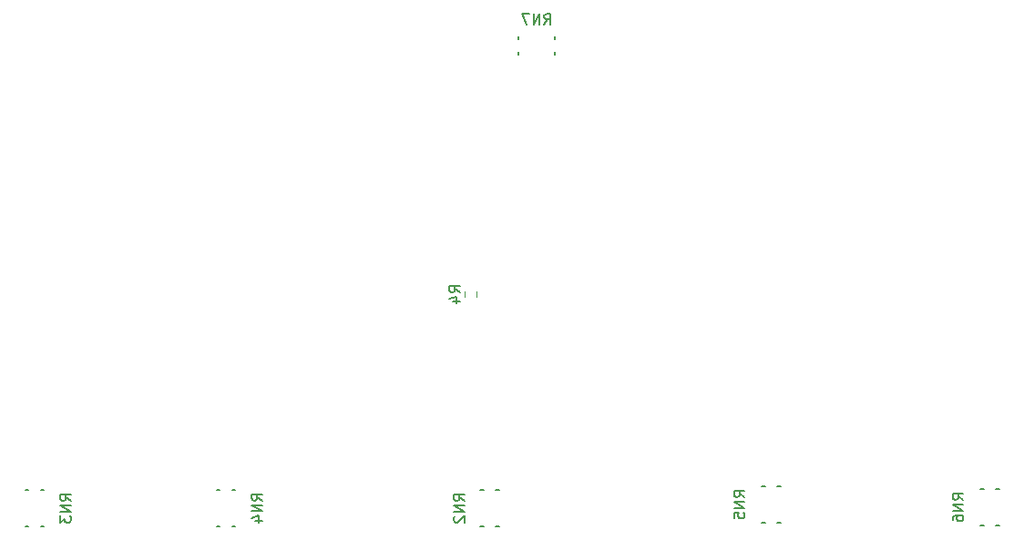
<source format=gbr>
%TF.GenerationSoftware,KiCad,Pcbnew,7.0.9*%
%TF.CreationDate,2023-11-28T19:04:43+01:00*%
%TF.ProjectId,z80,7a38302e-6b69-4636-9164-5f7063625858,1.0*%
%TF.SameCoordinates,Original*%
%TF.FileFunction,Legend,Bot*%
%TF.FilePolarity,Positive*%
%FSLAX46Y46*%
G04 Gerber Fmt 4.6, Leading zero omitted, Abs format (unit mm)*
G04 Created by KiCad (PCBNEW 7.0.9) date 2023-11-28 19:04:43*
%MOMM*%
%LPD*%
G01*
G04 APERTURE LIST*
%ADD10C,0.150000*%
%ADD11C,0.152400*%
%ADD12C,0.120000*%
G04 APERTURE END LIST*
D10*
X180407118Y-117546523D02*
X179930927Y-117213190D01*
X180407118Y-116975095D02*
X179407118Y-116975095D01*
X179407118Y-116975095D02*
X179407118Y-117356047D01*
X179407118Y-117356047D02*
X179454737Y-117451285D01*
X179454737Y-117451285D02*
X179502356Y-117498904D01*
X179502356Y-117498904D02*
X179597594Y-117546523D01*
X179597594Y-117546523D02*
X179740451Y-117546523D01*
X179740451Y-117546523D02*
X179835689Y-117498904D01*
X179835689Y-117498904D02*
X179883308Y-117451285D01*
X179883308Y-117451285D02*
X179930927Y-117356047D01*
X179930927Y-117356047D02*
X179930927Y-116975095D01*
X180407118Y-117975095D02*
X179407118Y-117975095D01*
X179407118Y-117975095D02*
X180407118Y-118546523D01*
X180407118Y-118546523D02*
X179407118Y-118546523D01*
X179407118Y-119451285D02*
X179407118Y-119260809D01*
X179407118Y-119260809D02*
X179454737Y-119165571D01*
X179454737Y-119165571D02*
X179502356Y-119117952D01*
X179502356Y-119117952D02*
X179645213Y-119022714D01*
X179645213Y-119022714D02*
X179835689Y-118975095D01*
X179835689Y-118975095D02*
X180216641Y-118975095D01*
X180216641Y-118975095D02*
X180311879Y-119022714D01*
X180311879Y-119022714D02*
X180359499Y-119070333D01*
X180359499Y-119070333D02*
X180407118Y-119165571D01*
X180407118Y-119165571D02*
X180407118Y-119356047D01*
X180407118Y-119356047D02*
X180359499Y-119451285D01*
X180359499Y-119451285D02*
X180311879Y-119498904D01*
X180311879Y-119498904D02*
X180216641Y-119546523D01*
X180216641Y-119546523D02*
X179978546Y-119546523D01*
X179978546Y-119546523D02*
X179883308Y-119498904D01*
X179883308Y-119498904D02*
X179835689Y-119451285D01*
X179835689Y-119451285D02*
X179788070Y-119356047D01*
X179788070Y-119356047D02*
X179788070Y-119165571D01*
X179788070Y-119165571D02*
X179835689Y-119070333D01*
X179835689Y-119070333D02*
X179883308Y-119022714D01*
X179883308Y-119022714D02*
X179978546Y-118975095D01*
X134065520Y-117648023D02*
X133589329Y-117314690D01*
X134065520Y-117076595D02*
X133065520Y-117076595D01*
X133065520Y-117076595D02*
X133065520Y-117457547D01*
X133065520Y-117457547D02*
X133113139Y-117552785D01*
X133113139Y-117552785D02*
X133160758Y-117600404D01*
X133160758Y-117600404D02*
X133255996Y-117648023D01*
X133255996Y-117648023D02*
X133398853Y-117648023D01*
X133398853Y-117648023D02*
X133494091Y-117600404D01*
X133494091Y-117600404D02*
X133541710Y-117552785D01*
X133541710Y-117552785D02*
X133589329Y-117457547D01*
X133589329Y-117457547D02*
X133589329Y-117076595D01*
X134065520Y-118076595D02*
X133065520Y-118076595D01*
X133065520Y-118076595D02*
X134065520Y-118648023D01*
X134065520Y-118648023D02*
X133065520Y-118648023D01*
X133160758Y-119076595D02*
X133113139Y-119124214D01*
X133113139Y-119124214D02*
X133065520Y-119219452D01*
X133065520Y-119219452D02*
X133065520Y-119457547D01*
X133065520Y-119457547D02*
X133113139Y-119552785D01*
X133113139Y-119552785D02*
X133160758Y-119600404D01*
X133160758Y-119600404D02*
X133255996Y-119648023D01*
X133255996Y-119648023D02*
X133351234Y-119648023D01*
X133351234Y-119648023D02*
X133494091Y-119600404D01*
X133494091Y-119600404D02*
X134065520Y-119028976D01*
X134065520Y-119028976D02*
X134065520Y-119648023D01*
X115276221Y-117610023D02*
X114800030Y-117276690D01*
X115276221Y-117038595D02*
X114276221Y-117038595D01*
X114276221Y-117038595D02*
X114276221Y-117419547D01*
X114276221Y-117419547D02*
X114323840Y-117514785D01*
X114323840Y-117514785D02*
X114371459Y-117562404D01*
X114371459Y-117562404D02*
X114466697Y-117610023D01*
X114466697Y-117610023D02*
X114609554Y-117610023D01*
X114609554Y-117610023D02*
X114704792Y-117562404D01*
X114704792Y-117562404D02*
X114752411Y-117514785D01*
X114752411Y-117514785D02*
X114800030Y-117419547D01*
X114800030Y-117419547D02*
X114800030Y-117038595D01*
X115276221Y-118038595D02*
X114276221Y-118038595D01*
X114276221Y-118038595D02*
X115276221Y-118610023D01*
X115276221Y-118610023D02*
X114276221Y-118610023D01*
X114609554Y-119514785D02*
X115276221Y-119514785D01*
X114228602Y-119276690D02*
X114942887Y-119038595D01*
X114942887Y-119038595D02*
X114942887Y-119657642D01*
X141469976Y-73352819D02*
X141803309Y-72876628D01*
X142041404Y-73352819D02*
X142041404Y-72352819D01*
X142041404Y-72352819D02*
X141660452Y-72352819D01*
X141660452Y-72352819D02*
X141565214Y-72400438D01*
X141565214Y-72400438D02*
X141517595Y-72448057D01*
X141517595Y-72448057D02*
X141469976Y-72543295D01*
X141469976Y-72543295D02*
X141469976Y-72686152D01*
X141469976Y-72686152D02*
X141517595Y-72781390D01*
X141517595Y-72781390D02*
X141565214Y-72829009D01*
X141565214Y-72829009D02*
X141660452Y-72876628D01*
X141660452Y-72876628D02*
X142041404Y-72876628D01*
X141041404Y-73352819D02*
X141041404Y-72352819D01*
X141041404Y-72352819D02*
X140469976Y-73352819D01*
X140469976Y-73352819D02*
X140469976Y-72352819D01*
X140089023Y-72352819D02*
X139422357Y-72352819D01*
X139422357Y-72352819D02*
X139850928Y-73352819D01*
X133644819Y-98258333D02*
X133168628Y-97925000D01*
X133644819Y-97686905D02*
X132644819Y-97686905D01*
X132644819Y-97686905D02*
X132644819Y-98067857D01*
X132644819Y-98067857D02*
X132692438Y-98163095D01*
X132692438Y-98163095D02*
X132740057Y-98210714D01*
X132740057Y-98210714D02*
X132835295Y-98258333D01*
X132835295Y-98258333D02*
X132978152Y-98258333D01*
X132978152Y-98258333D02*
X133073390Y-98210714D01*
X133073390Y-98210714D02*
X133121009Y-98163095D01*
X133121009Y-98163095D02*
X133168628Y-98067857D01*
X133168628Y-98067857D02*
X133168628Y-97686905D01*
X132978152Y-99115476D02*
X133644819Y-99115476D01*
X132597200Y-98877381D02*
X133311485Y-98639286D01*
X133311485Y-98639286D02*
X133311485Y-99258333D01*
X160087118Y-117292523D02*
X159610927Y-116959190D01*
X160087118Y-116721095D02*
X159087118Y-116721095D01*
X159087118Y-116721095D02*
X159087118Y-117102047D01*
X159087118Y-117102047D02*
X159134737Y-117197285D01*
X159134737Y-117197285D02*
X159182356Y-117244904D01*
X159182356Y-117244904D02*
X159277594Y-117292523D01*
X159277594Y-117292523D02*
X159420451Y-117292523D01*
X159420451Y-117292523D02*
X159515689Y-117244904D01*
X159515689Y-117244904D02*
X159563308Y-117197285D01*
X159563308Y-117197285D02*
X159610927Y-117102047D01*
X159610927Y-117102047D02*
X159610927Y-116721095D01*
X160087118Y-117721095D02*
X159087118Y-117721095D01*
X159087118Y-117721095D02*
X160087118Y-118292523D01*
X160087118Y-118292523D02*
X159087118Y-118292523D01*
X159087118Y-119244904D02*
X159087118Y-118768714D01*
X159087118Y-118768714D02*
X159563308Y-118721095D01*
X159563308Y-118721095D02*
X159515689Y-118768714D01*
X159515689Y-118768714D02*
X159468070Y-118863952D01*
X159468070Y-118863952D02*
X159468070Y-119102047D01*
X159468070Y-119102047D02*
X159515689Y-119197285D01*
X159515689Y-119197285D02*
X159563308Y-119244904D01*
X159563308Y-119244904D02*
X159658546Y-119292523D01*
X159658546Y-119292523D02*
X159896641Y-119292523D01*
X159896641Y-119292523D02*
X159991879Y-119244904D01*
X159991879Y-119244904D02*
X160039499Y-119197285D01*
X160039499Y-119197285D02*
X160087118Y-119102047D01*
X160087118Y-119102047D02*
X160087118Y-118863952D01*
X160087118Y-118863952D02*
X160039499Y-118768714D01*
X160039499Y-118768714D02*
X159991879Y-118721095D01*
X97489520Y-117648023D02*
X97013329Y-117314690D01*
X97489520Y-117076595D02*
X96489520Y-117076595D01*
X96489520Y-117076595D02*
X96489520Y-117457547D01*
X96489520Y-117457547D02*
X96537139Y-117552785D01*
X96537139Y-117552785D02*
X96584758Y-117600404D01*
X96584758Y-117600404D02*
X96679996Y-117648023D01*
X96679996Y-117648023D02*
X96822853Y-117648023D01*
X96822853Y-117648023D02*
X96918091Y-117600404D01*
X96918091Y-117600404D02*
X96965710Y-117552785D01*
X96965710Y-117552785D02*
X97013329Y-117457547D01*
X97013329Y-117457547D02*
X97013329Y-117076595D01*
X97489520Y-118076595D02*
X96489520Y-118076595D01*
X96489520Y-118076595D02*
X97489520Y-118648023D01*
X97489520Y-118648023D02*
X96489520Y-118648023D01*
X96489520Y-119028976D02*
X96489520Y-119648023D01*
X96489520Y-119648023D02*
X96870472Y-119314690D01*
X96870472Y-119314690D02*
X96870472Y-119457547D01*
X96870472Y-119457547D02*
X96918091Y-119552785D01*
X96918091Y-119552785D02*
X96965710Y-119600404D01*
X96965710Y-119600404D02*
X97060948Y-119648023D01*
X97060948Y-119648023D02*
X97299043Y-119648023D01*
X97299043Y-119648023D02*
X97394281Y-119600404D01*
X97394281Y-119600404D02*
X97441901Y-119552785D01*
X97441901Y-119552785D02*
X97489520Y-119457547D01*
X97489520Y-119457547D02*
X97489520Y-119171833D01*
X97489520Y-119171833D02*
X97441901Y-119076595D01*
X97441901Y-119076595D02*
X97394281Y-119028976D01*
D11*
%TO.C,RN6*%
X183442140Y-116560600D02*
X183756300Y-116560600D01*
X182317860Y-116560600D02*
X182003700Y-116560600D01*
X183442140Y-119913400D02*
X183756300Y-119913400D01*
X182317860Y-119913400D02*
X182003700Y-119913400D01*
%TO.C,RN2*%
X135835860Y-120014900D02*
X135521700Y-120014900D01*
X136960140Y-120014900D02*
X137274300Y-120014900D01*
X135835860Y-116662100D02*
X135521700Y-116662100D01*
X136960140Y-116662100D02*
X137274300Y-116662100D01*
%TO.C,RN4*%
X112455841Y-116624100D02*
X112770001Y-116624100D01*
X111331561Y-116624100D02*
X111017401Y-116624100D01*
X112455841Y-119976900D02*
X112770001Y-119976900D01*
X111331561Y-119976900D02*
X111017401Y-119976900D01*
%TO.C,RN7*%
X139103100Y-74742159D02*
X139103100Y-74427999D01*
X139103100Y-75866439D02*
X139103100Y-76180599D01*
X142455900Y-74742159D02*
X142455900Y-74427999D01*
X142455900Y-75866439D02*
X142455900Y-76180599D01*
D12*
%TO.C,R4*%
X135142500Y-98187742D02*
X135142500Y-98662258D01*
X134097500Y-98187742D02*
X134097500Y-98662258D01*
D11*
%TO.C,RN5*%
X161997860Y-119659400D02*
X161683700Y-119659400D01*
X163122140Y-119659400D02*
X163436300Y-119659400D01*
X161997860Y-116306600D02*
X161683700Y-116306600D01*
X163122140Y-116306600D02*
X163436300Y-116306600D01*
%TO.C,RN3*%
X94669140Y-116662100D02*
X94983300Y-116662100D01*
X93544860Y-116662100D02*
X93230700Y-116662100D01*
X94669140Y-120014900D02*
X94983300Y-120014900D01*
X93544860Y-120014900D02*
X93230700Y-120014900D01*
%TD*%
M02*

</source>
